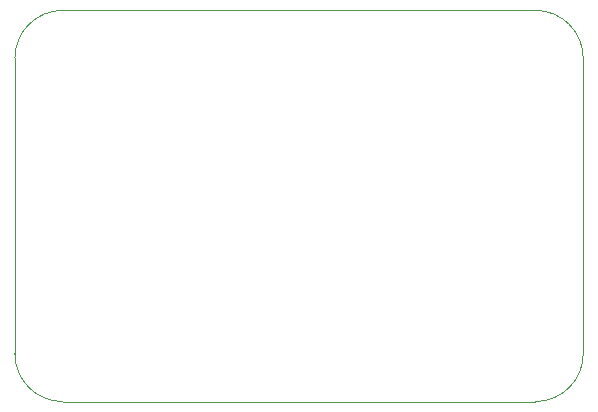
<source format=gbr>
%TF.GenerationSoftware,KiCad,Pcbnew,7.0.10*%
%TF.CreationDate,2024-03-02T17:11:43+01:00*%
%TF.ProjectId,explorer-light,6578706c-6f72-4657-922d-6c696768742e,rev?*%
%TF.SameCoordinates,Original*%
%TF.FileFunction,Profile,NP*%
%FSLAX46Y46*%
G04 Gerber Fmt 4.6, Leading zero omitted, Abs format (unit mm)*
G04 Created by KiCad (PCBNEW 7.0.10) date 2024-03-02 17:11:43*
%MOMM*%
%LPD*%
G01*
G04 APERTURE LIST*
%TA.AperFunction,Profile*%
%ADD10C,0.100000*%
%TD*%
G04 APERTURE END LIST*
D10*
X93014800Y-50552800D02*
X133014800Y-50552800D01*
X88950800Y-79616800D02*
G75*
G03*
X93014800Y-83680800I4064000J0D01*
G01*
X137078800Y-54616800D02*
G75*
G03*
X133014800Y-50552800I-4064000J0D01*
G01*
X133014800Y-83680800D02*
G75*
G03*
X137078800Y-79616800I0J4064000D01*
G01*
X93014800Y-50552800D02*
G75*
G03*
X88950800Y-54616800I0J-4064000D01*
G01*
X88950800Y-54616800D02*
X88950800Y-79616800D01*
X93014800Y-83680800D02*
X133014800Y-83680800D01*
X137078800Y-79616800D02*
X137078800Y-54616800D01*
M02*

</source>
